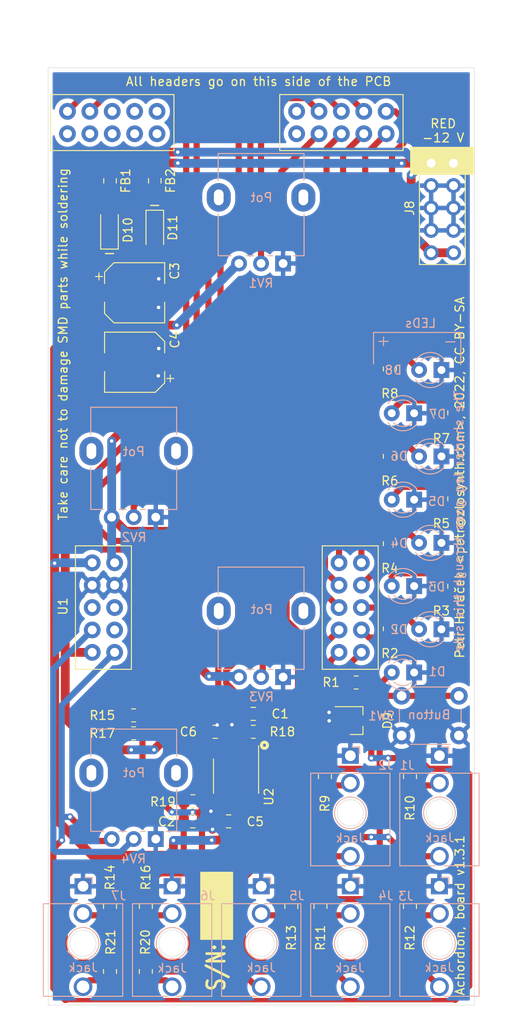
<source format=kicad_pcb>
(kicad_pcb (version 20211014) (generator pcbnew)
  (title_block (title "Achordion") (date "2022-02-27") (rev "v1.3.1") (company "Petr Horáček") (comment 1 "petr@zlosynth.com") (comment 2 "https://github.com/zlosynth/achordion") (comment 3 "cc-by-sa"))
  (layers (0 "F.Cu" signal) (31 "B.Cu" mixed) (34 "B.Paste" user) (35 "F.Paste" user) (36 "B.SilkS" user "B.Silkscreen") (37 "F.SilkS" user "F.Silkscreen") (38 "B.Mask" user) (39 "F.Mask" user) (44 "Edge.Cuts" user))
  (net 0 "")
  (net 1 "+3V3")
  (net 2 "VCC")
  (net 3 "VEE")
  (net 4 "Net-(D1-Pad2)")
  (net 5 "Net-(D3-Pad2)")
  (net 6 "Net-(D4-Pad2)")
  (net 7 "Net-(D5-Pad2)")
  (net 8 "Net-(D6-Pad2)")
  (net 9 "Net-(D7-Pad2)")
  (net 10 "Net-(D8-Pad2)")
  (net 11 "Net-(D10-Pad2)")
  (net 12 "CV1")
  (net 13 "CV2")
  (net 14 "CV3")
  (net 15 "CV4")
  (net 16 "CV5")
  (net 17 "DAC1")
  (net 18 "DAC2")
  (net 19 "Net-(FB1-Pad2)")
  (net 20 "Net-(FB2-Pad2)")
  (net 21 "PROBE")
  (net 22 "OUT1")
  (net 23 "OUT2")
  (net 24 "LED1")
  (net 25 "LED2")
  (net 26 "LED3")
  (net 27 "LED4")
  (net 28 "LED5")
  (net 29 "LED6")
  (net 30 "LED7")
  (net 31 "LED8")
  (net 32 "POT1")
  (net 33 "POT2")
  (net 34 "POT3")
  (net 35 "POT4")
  (net 36 "BUTTON")
  (net 37 "+5V")
  (net 38 "Net-(U1-PadA8)")
  (net 39 "Net-(U1-PadA3)")
  (net 40 "Net-(U1-PadA9)")
  (net 41 "Net-(U1-PadB10)")
  (net 42 "Net-(U1-PadB9)")
  (net 43 "Net-(U1-PadB8)")
  (net 44 "Net-(U1-PadB7)")
  (net 45 "Net-(U1-PadB5)")
  (net 46 "Net-(U1-PadB6)")
  (net 47 "Net-(U1-PadC1)")
  (net 48 "Net-(U1-PadC10)")
  (net 49 "GND")
  (net 50 "Net-(C1-Pad1)")
  (net 51 "Net-(C1-Pad2)")
  (net 52 "Net-(C2-Pad1)")
  (net 53 "Net-(C2-Pad2)")
  (net 54 "Net-(D2-Pad2)")
  (net 55 "Net-(D11-Pad1)")
  (net 56 "Net-(J1-PadTN)")
  (net 57 "Net-(J2-PadTN)")
  (net 58 "Net-(J3-PadTN)")
  (net 59 "Net-(J4-PadTN)")
  (net 60 "Net-(J5-PadTN)")
  (net 61 "Net-(J7-PadT)")
  (net 62 "Net-(U1-PadB3)")
  (net 63 "Net-(U1-PadB4)")
  (net 64 "Net-(J6-PadT)")
  (footprint "Resistor_SMD:R_0805_2012Metric_Pad1.20x1.40mm_HandSolder" (layer "F.Cu") (at 130.076 150.074 -90)
    (fp_text reference "R20")
    (fp_text value "1k")
  )
  (footprint "Resistor_SMD:R_0805_2012Metric_Pad1.20x1.40mm_HandSolder" (layer "F.Cu") (at 126.012 150.074 -90)
    (fp_text reference "R21")
    (fp_text value "1k")
  )
  (footprint "Resistor_SMD:R_0805_2012Metric_Pad1.20x1.40mm_HandSolder" (layer "F.Cu") (at 157.762 111.212 90)
    (fp_text reference "R2")
    (fp_text value "1k")
  )
  (footprint "Resistor_SMD:R_0805_2012Metric_Pad1.20x1.40mm_HandSolder" (layer "F.Cu") (at 163.604 106.386 90)
    (fp_text reference "R3")
    (fp_text value "1k")
  )
  (footprint "Resistor_SMD:R_0805_2012Metric_Pad1.20x1.40mm_HandSolder" (layer "F.Cu") (at 157.762 101.56 90)
    (fp_text reference "R4")
    (fp_text value "1k")
  )
  (footprint "Resistor_SMD:R_0805_2012Metric_Pad1.20x1.40mm_HandSolder" (layer "F.Cu") (at 163.604 96.48 90)
    (fp_text reference "R5")
    (fp_text value "1k")
  )
  (footprint "Resistor_SMD:R_0805_2012Metric_Pad1.20x1.40mm_HandSolder" (layer "F.Cu") (at 157.762 91.654 90)
    (fp_text reference "R6")
    (fp_text value "1k")
  )
  (footprint "Resistor_SMD:R_0805_2012Metric_Pad1.20x1.40mm_HandSolder" (layer "F.Cu") (at 163.604 86.7245 90)
    (fp_text reference "R7")
    (fp_text value "1k")
  )
  (footprint "Resistor_SMD:R_0805_2012Metric_Pad1.20x1.40mm_HandSolder" (layer "F.Cu") (at 157.762 81.748 90)
    (fp_text reference "R8")
    (fp_text value "1k")
  )
  (footprint "Resistor_SMD:R_0805_2012Metric_Pad1.20x1.40mm_HandSolder" (layer "F.Cu") (at 160.048 127.976 -90)
    (fp_text reference "R10")
    (fp_text value "10k")
  )
  (footprint "Resistor_SMD:R_0805_2012Metric_Pad1.20x1.40mm_HandSolder" (layer "F.Cu") (at 160.048 142.708 -90)
    (fp_text reference "R12")
    (fp_text value "10k")
  )
  (footprint "Resistor_SMD:R_0805_2012Metric_Pad1.20x1.40mm_HandSolder" (layer "F.Cu") (at 149.888 142.708 -90)
    (fp_text reference "R11")
    (fp_text value "10k")
  )
  (footprint "Resistor_SMD:R_0805_2012Metric_Pad1.20x1.40mm_HandSolder" (layer "F.Cu") (at 146.586 142.708 -90)
    (fp_text reference "R13")
    (fp_text value "10k")
  )
  (footprint "Resistor_SMD:R_0805_2012Metric_Pad1.20x1.40mm_HandSolder" (layer "F.Cu") (at 130.076 142.708 -90)
    (fp_text reference "R16")
    (fp_text value "47k")
  )
  (footprint "Capacitor_SMD:C_0805_2012Metric_Pad1.18x1.45mm_HandSolder" (layer "F.Cu") (at 135.41 133.056)
    (fp_text reference "C2")
    (fp_text value "18p")
  )
  (footprint "Capacitor_SMD:C_0805_2012Metric_Pad1.18x1.45mm_HandSolder" (layer "F.Cu") (at 139.474 133.056 180)
    (fp_text reference "C5")
    (fp_text value "100n")
  )
  (footprint "Resistor_SMD:R_0805_2012Metric_Pad1.20x1.40mm_HandSolder" (layer "F.Cu") (at 135.41 130.77 180)
    (fp_text reference "R19")
    (fp_text value "47k")
  )
  (footprint "Inductor_SMD:L_0805_2012Metric_Pad1.15x1.40mm_HandSolder" (layer "F.Cu") (at 126.012 60.412 90)
    (fp_text reference "FB1")
    (fp_text value "FB" hide)
  )
  (footprint "Resistor_SMD:R_0805_2012Metric_Pad1.20x1.40mm_HandSolder" (layer "F.Cu") (at 142.268 122.896)
    (fp_text reference "R18")
    (fp_text value "47k")
  )
  (footprint "Resistor_SMD:R_0805_2012Metric_Pad1.20x1.40mm_HandSolder" (layer "F.Cu") (at 128.696 121.036)
    (fp_text reference "R15")
    (fp_text value "47k")
  )
  (footprint "Diode_SMD:D_SOD-123" (layer "F.Cu") (at 131.092 66 -90)
    (fp_text reference "D11")
    (fp_text value "Schottky" hide)
  )
  (footprint "Inductor_SMD:L_0805_2012Metric_Pad1.15x1.40mm_HandSolder" (layer "F.Cu") (at 131.092 60.412 90)
    (fp_text reference "FB2")
    (fp_text value "FB" hide)
  )
  (footprint "Diode_SMD:D_SOD-123" (layer "F.Cu") (at 125.95 65.906 90)
    (fp_text reference "D10")
    (fp_text value "Schottky")
  )
  (footprint "Capacitor_SMD:C_0805_2012Metric_Pad1.18x1.45mm_HandSolder" (layer "F.Cu") (at 137.95 122.896 180)
    (fp_text reference "C6")
    (fp_text value "100n")
  )
  (footprint "Capacitor_SMD:CP_Elec_6.3x5.8" (layer "F.Cu") (at 128.806 80.986 180)
    (fp_text reference "C4")
    (fp_text value "10u")
  )
  (footprint "Capacitor_SMD:CP_Elec_6.3x5.8" (layer "F.Cu") (at 128.806 73.112)
    (fp_text reference "C3")
    (fp_text value "10u")
  )
  (footprint "Capacitor_SMD:C_0805_2012Metric_Pad1.18x1.45mm_HandSolder" (layer "F.Cu") (at 142.268 120.864 180)
    (fp_text reference "C1")
    (fp_text value "18p")
  )
  (footprint "Package_TO_SOT_SMD:SOT-23_Handsoldering" (layer "F.Cu") (at 153.952 121.626)
    (fp_text reference "D9")
    (fp_text value "BAT54S")
  )
  (footprint "Package_SO:SOIC-8_3.9x4.9mm_P1.27mm" (layer "F.Cu") (at 140.31 127.926 -90)
    (fp_text reference "U2")
    (fp_text value "TL072")
  )
  (footprint "Resistor_SMD:R_0805_2012Metric_Pad1.20x1.40mm_HandSolder" (layer "F.Cu") (at 128.696 123.068)
    (fp_text reference "R17")
    (fp_text value "47k")
  )
  (footprint "Resistor_SMD:R_0805_2012Metric_Pad1.20x1.40mm_HandSolder" (layer "F.Cu") (at 153.952 117.308)
    (fp_text reference "R1")
    (fp_text value "1k")
  )
  (footprint "Resistor_SMD:R_0805_2012Metric_Pad1.20x1.40mm_HandSolder" (layer "F.Cu") (at 150.396 127.976 -90)
    (fp_text reference "R9")
    (fp_text value "10k")
  )
  (footprint "Resistor_SMD:R_0805_2012Metric_Pad1.20x1.40mm_HandSolder" (layer "F.Cu") (at 126.012 142.708 -90)
    (fp_text reference "R14")
    (fp_text value "47k")
  )
  (footprint "Connector_PinHeader_2.54mm:PinHeader_2x05_P2.54mm_Vertical" (layer "F.Cu") (at 162.448 58.416)
    (fp_text reference "J8")
    (fp_text value "Power")
  )
  (footprint "Connector_Audio:Jack_3.5mm_QingPu_WQP-PJ398SM_Vertical_CircularHoles" (layer "B.Cu") (at 153.28 125.61 180)
    (fp_text reference "J2")
    (fp_text value "Jack")
  )
  (footprint "Connector_Audio:Jack_3.5mm_QingPu_WQP-PJ398SM_Vertical_CircularHoles" (layer "B.Cu") (at 143.17 140.41 180)
    (fp_text reference "J5")
    (fp_text value "Jack")
  )
  (footprint "Button_Switch_THT:SW_PUSH_6mm" (layer "B.Cu") (at 165.6 118.82 180)
    (fp_text reference "SW1")
    (fp_text value "Button")
  )
  (footprint "LED_THT:LED_D3.0mm" (layer "B.Cu") (at 160.52 116.17 180)
    (fp_text reference "D1")
    (fp_text value "LED" hide)
  )
  (footprint "LED_THT:LED_D3.0mm" (layer "B.Cu") (at 163.62 111.27 180)
    (fp_text reference "D2")
    (fp_text value "LED" hide)
  )
  (footprint "LED_THT:LED_D3.0mm" (layer "B.Cu") (at 160.52 106.37 180)
    (fp_text reference "D3")
    (fp_text value "LED" hide)
  )
  (footprint "LED_THT:LED_D3.0mm" (layer "B.Cu") (at 163.62 101.47 180)
    (fp_text reference "D4")
    (fp_text value "LED" hide)
  )
  (footprint "LED_THT:LED_D3.0mm" (layer "B.Cu") (at 160.52 96.57 180)
    (fp_text reference "D5")
    (fp_text value "LED" hide)
  )
  (footprint "LED_THT:LED_D3.0mm" (layer "B.Cu") (at 160.52 86.77 180)
    (fp_text reference "D7")
    (fp_text value "LED" hide)
  )
  (footprint "Connector_Audio:Jack_3.5mm_QingPu_WQP-PJ398SM_Vertical_CircularHoles" (layer "B.Cu") (at 122.95 140.41 180)
    (fp_text reference "J7")
    (fp_text value "Jack")
  )
  (footprint "Connector_Audio:Jack_3.5mm_QingPu_WQP-PJ398SM_Vertical_CircularHoles" (layer "B.Cu") (at 133.06 140.41 180)
    (fp_text reference "J6")
    (fp_text value "Jack")
  )
  (footprint "Connector_Audio:Jack_3.5mm_QingPu_WQP-PJ398SM_Vertical_CircularHoles" (layer "B.Cu") (at 153.28 140.41 180)
    (fp_text reference "J4")
    (fp_text value "Jack")
  )
  (footprint "Connector_Audio:Jack_3.5mm_QingPu_WQP-PJ398SM_Vertical_CircularHoles" (layer "B.Cu") (at 163.39 140.41 180)
    (fp_text reference "J3")
    (fp_text value "Jack")
  )
  (footprint "Connector_Audio:Jack_3.5mm_QingPu_WQP-PJ398SM_Vertical_CircularHoles" (layer "B.Cu") (at 163.39 125.61 180)
    (fp_text reference "J1")
    (fp_text value "Jack")
  )
  (footprint "Potentiometer_THT:Potentiometer_Alpha_RD901F-40-00D_Single_Vertical" (layer "B.Cu") (at 145.65 116.69 90)
    (fp_text reference "RV3")
    (fp_text value "B10k" hide)
  )
  (footprint "Potentiometer_THT:Potentiometer_Alpha_RD901F-40-00D_Single_Vertical" (layer "B.Cu") (at 131.2 98.56 90)
    (fp_text reference "RV2")
    (fp_text value "B10k" hide)
  )
  (footprint "Potentiometer_THT:Potentiometer_Alpha_RD901F-40-00D_Single_Vertical" (layer "B.Cu") (at 131.2 135.06 90)
    (fp_text reference "RV4")
    (fp_text value "B10k" hide)
  )
  (footprint "Potentiometer_THT:Potentiometer_Alpha_RD901F-40-00D_Single_Vertical" (layer "B.Cu") (at 145.65 69.79 90)
    (fp_text reference "RV1")
    (fp_text value "B10k" hide)
  )
  (footprint "LED_THT:LED_D3.0mm" (layer "B.Cu") (at 163.62 81.87 180)
    (fp_text reference "D8")
    (fp_text value "LED" hide)
  )
  (footprint "LED_THT:LED_D3.0mm" (layer "B.Cu") (at 163.62 91.67 180)
    (fp_text reference "D6")
    (fp_text value "LED" hide)
  )
  (footprint "Custom:Daisy_Patch_SM" (layer "B.Cu") (at 139.266 81.808 90)
    (fp_text reference "U1")
    (fp_text value "Daisy_Patch_SM")
  )
  (gr_line (start 164.1 78.68) (end 165.17 78.68) (layer "B.SilkS") (width 0.12))
  (gr_line (start 155.91 81.18) (end 155.91 77.61) (layer "B.SilkS") (width 0.12))
  (gr_line (start 155.91 77.61) (end 165.81 77.61) (layer "B.SilkS") (width 0.12))
  (gr_line (start 156.51 78.62) (end 157.58 78.62) (layer "B.SilkS") (width 0.12))
  (gr_line (start 157.05 78.13) (end 157.05 79.12) (layer "B.SilkS") (width 0.12))
  (gr_line (start 165.81 77.61) (end 165.81 81.24) (layer "B.SilkS") (width 0.12))
  (gr_line (start 126.41 68.666) (end 125.5 68.666) (layer "F.SilkS") (width 0.15))
  (gr_line (start 130.62 63.206) (end 131.53 63.206) (layer "F.SilkS") (width 0.15))
  (gr_poly (pts (xy 139.93 138.82) (xy 139.93 146.44) (xy 136.3 146.44) (xy 136.3 138.82)) (layer "F.SilkS") (width 0.1) (fill solid))
  (gr_circle (center 143.538 124.42) (end 143.708 124.42) (layer "F.SilkS") (width 0.35) (fill none))
  (gr_poly (pts (xy 167.33 59.69) (xy 160.12 59.69) (xy 160.12 56.61) (xy 167.33 56.61)) (layer "F.SilkS") (width 0.1) (fill solid))
  (gr_line (start 167.345 47.6) (end 118.990001 47.6) (layer "Edge.Cuts") (width 0.05))
  (gr_line (start 167.35 153.88) (end 167.345 47.6) (layer "Edge.Cuts") (width 0.05))
  (gr_circle (center 153.28 146.87) (end 152.15 147.86) (layer "Edge.Cuts") (width 0.05) (fill none))
  (gr_circle (center 143.16 146.88) (end 142.07 147.88) (layer "Edge.Cuts") (width 0.05) (fill none))
  (gr_circle (center 133.06 146.87) (end 131.95 147.89) (layer "Edge.Cuts") (width 0.05) (fill none))
  (gr_line (start 119.01 153.88) (end 118.990001 47.6) (layer "Edge.Cuts") (width 0.05))
  (gr_circle (center 163.39 132.07) (end 162.24 133) (layer "Edge.Cuts") (width 0.05) (fill none))
  (gr_circle (center 122.94 146.88) (end 121.88 147.92) (layer "Edge.Cuts") (width 0.05) (fill none))
  (gr_circle (center 153.28 132.09) (end 152.08 132.97) (layer "Edge.Cuts") (width 0.05) (fill none))
  (gr_line (start 119.01 153.88) (end 167.35 153.88) (layer "Edge.Cuts") (width 0.05))
  (gr_circle (center 163.39 146.89) (end 162.16 147.73) (layer "Edge.Cuts") (width 0.05) (fill none))
  (gr_text "Pot" (at 128.75 127.54) (layer "B.SilkS") (effects (font (size 1 1)) (justify mirror)))
  (gr_text "The shorter leg goes through this side" (at 165.59 99.01 90) (layer "B.SilkS") (effects (font (size 1 1)) (justify mirror)))
  (gr_text "LEDs" (at 161.24 76.56) (layer "B.SilkS") (effects (font (size 1 1)) (justify mirror)))
  (gr_text "Pot" (at 143.2 62.31) (layer "B.SilkS") (effects (font (size 1 1)) (justify mirror)))
  (gr_text "Pot" (at 128.72 91.12) (layer "B.SilkS") (effects (font (size 1 1)) (justify mirror)))
  (gr_text "Pot" (at 143.24 109.02) (layer "B.SilkS") (effects (font (size 1 1)) (justify mirror)))
  (gr_text "Take care not to damage SMD parts while soldering" (at 120.678 78.954 90) (layer "F.SilkS") (effects (font (size 1 1))))
  (gr_text "Petr Horáček <petr@zlosynth.com>, 2022, CC BY-SA" (at 165.7 94.06 90) (layer "F.SilkS") (effects (font (size 1 1))))
  (gr_text "board v1.3.1" (at 165.71 144.31 90) (layer "F.SilkS") (effects (font (size 1 1)) (justify left)))
  (gr_text "Achordion," (at 165.72 152.88 90) (layer "F.SilkS") (effects (font (size 1 1)) (justify left)))
  (gr_text "S/N:" (at 138.07 149.62 90) (layer "F.SilkS") (effects (font (size 2 1.5) (thickness 0.3))))
  (gr_text "RED\n-12 V" (at 163.82 54.74) (layer "F.SilkS") (effects (font (size 1 1))))
  (gr_text "All headers go on this side of the PCB" (at 142.87 49.15) (layer "F.SilkS") (effects (font (size 1 1))))
  (segment (start 125.98 135.28) (end 126.2 135.06) (width 0.7) (layer "F.Cu") (net 1))
  (segment (start 121.47 132.53) (end 124.22 135.28) (width 0.7) (layer "F.Cu") (net 1))
  (segment (start 124.22 135.28) (end 125.98 135.28) (width 0.7) (layer "F.Cu") (net 1))
  (segment (start 119.584549 151.974549) (end 119.584549 136.136951) (width 0.7) (layer "F.Cu") (net 1))
  (segment (start 166.135099 127.095099) (end 162.165099 127.095099) (width 0.7) (layer "F.Cu") (net 1))
  (segment (start 154.102 122.576) (end 155.661001 124.135001) (width 0.7) (layer "F.Cu") (net 1))
  (segment (start 158.887764 125.82609) (end 158.833854 125.88) (width 0.7) (layer "F.Cu") (net 1))
  (segment (start 121.024901 153.30509) (end 120.91509 153.30509) (width 0.7) (layer "F.Cu") (net 1))
  (segment (start 120.91509 153.30509) (end 119.584549 151.974549) (width 0.7) (layer "F.Cu") (net 1))
  (segment (start 165.17491 153.30509) (end 165.155099 153.324901) (width 0.5) (layer "F.Cu") (net 1))
  (segment (start 166.773861 151.706139) (end 165.17491 153.30509) (width 0.7) (layer "F.Cu") (net 1))
  (segment (start 155.661001 124.135001) (end 155.661001 125.88) (width 0.7) (layer "F.Cu") (net 1))
  (segment (start 166.773861 151.706139) (end 166.773861 127.733861) (width 0.7) (layer "F.Cu") (net 1))
  (segment (start 158.833854 125.88) (end 157.560801 125.88) (width 0.7) (layer "F.Cu") (net 1))
  (segment (start 121.554901 153.324901) (end 121.024901 153.324901) (width 0.5) (layer "F.Cu") (net 1))
  (segment (start 166.773861 127.733861) (end 166.135099 127.095099) (width 0.7) (layer "F.Cu") (net 1))
  (segment (start 119.584549 136.136951) (end 120.5315 135.19) (width 0.7) (layer "F.Cu") (net 1))
  (segment (start 152.452 122.576) (end 154.102 122.576) (width 0.7) (layer "F.Cu") (net 1))
  (segment (start 160.89609 125.82609) (end 158.887764 125.82609) (width 0.7) (layer "F.Cu") (net 1))
  (segment (start 162.165099 127.095099) (end 160.89609 125.82609) (width 0.7) (layer "F.Cu") (net 1))
  (segment (start 165.155099 153.324901) (end 121.554901 153.324901) (width 0.5) (layer "F.Cu") (net 1))
  (via (at 121.47 132.53) (size 0.8) (drill 0.4) (layers "F.Cu" "B.Cu") (net 1))
  (via (at 157.560801 125.88) (size 0.8) (drill 0.4) (layers "F.Cu" "B.Cu") (net 1))
  (via (at 155.661001 125.88) (size 0.8) (drill 0.4) (layers "F.Cu" "B.Cu") (net 1))
  (via (at 120.5315 135.19) (size 0.8) (drill 0.4) (layers "F.Cu" "B.Cu") (net 1))
  (segment (start 155.661001 125.88) (end 157.560801 125.88) (width 0.7) (layer "B.Cu") (net 1))
  (segment (start 120.5315 135.19) (end 120.5315 132.5485) (width 0.7) (layer "B.Cu") (net 1))
  (segment (start 120.5315 132.5485) (end 120.5315 119.8925) (width 0.7) (layer "B.Cu") (net 1))
  (segment (start 120.5315 132.5485) (end 121.4515 132.5485) (width 0.7) (layer "B.Cu") (net 1))
  (segment (start 121.4515 132.5485) (end 121.47 132.53) (width 0.7) (layer "B.Cu") (net 1))
  (segment (start 120.5315 119.8925) (end 126.536 113.888) (width 0.7) (layer "B.Cu") (net 1))
  (segment (start 119.729768 126.56292) (end 119.728648 120.609939) (width 1) (layer "F.Cu") (net 2))
  (segment (start 142.015 131.5525) (end 142.015 130.401) (width 1) (layer "F.Cu") (net 2))
  (segment (start 119.728648 79.489352) (end 126.106 73.112) (width 1) (layer "F.Cu") (net 2))
  (segment (start 138.468378 135.18) (end 140.5115 133.136878) (width 1) (layer "F.Cu") (net 2))
  (segment (start 125.95 67.556) (end 125.95 72.956) (width 1) (layer "F.Cu") (net 2))
  (segment (start 125.95 72.956) (end 126.106 73.112) (width 1) (layer "F.Cu") (net 2))
  (segment (start 119.728648 103.779352) (end 119.728648 79.489352) (width 1) (layer "F.Cu") (net 2))
  (segment (start 137.55 135.18) (end 138.468378 135.18) (width 1) (layer "F.Cu") (net 2))
  (segment (start 133.21 136.29) (end 133.21 135.21) (width 1) (layer "F.Cu") (net 2))
  (segment (start 123.98 136.9) (end 132.6 136.9) (width 1) (layer "F.Cu") (net 2))
  (segment (start 132.6 136.9) (end 133.21 136.29) (width 1) (layer "F.Cu") (net 2))
  (segment (start 119.728648 120.609939) (end 119.728648 103.779352) (width 1) (layer "F.Cu") (net 2))
  (segment (start 119.730913 132.650913) (end 123.98 136.9) (width 1) (layer "F.Cu") (net 2))
  (segment (start 119.729768 126.56292) (end 119.730913 132.650913) (width 1) (layer "F.Cu") (net 2))
  (segment (start 140.5115 133.056) (end 142.015 131.5525) (width 1) (layer "F.Cu") (net 2))
  (segment (start 140.5115 133.136878) (end 140.5115 133.056) (width 1) (layer "F.Cu") (net 2))
  (via (at 137.55 135.18) (size 0.8) (drill 0.4) (layers "F.Cu" "B.Cu") (net 2))
  (via (at 133.21 135.21) (size 0.8) (drill 0.4) (layers "F.Cu" "B.Cu") (net 2))
  (via (at 119.728648 103.779352) (size 0.8) (drill 0.4) (layers "F.Cu" "B.Cu") (net 2))
  (segment (start 137.52 135.21) (end 137.55 135.18) (width 1) (layer "B.Cu") (net 2))
  (segment (start 119.78 103.728) (end 119.728648 103.779352) (width 1) (layer "B.Cu") (net 2))
  (segment (start 123.996 103.728) (end 119.78 103.728) (width 1) (layer "B.Cu") (net 2))
  (segment (start 133.21 135.21) (end 137.52 135.21) (width 1) (layer "B.Cu") (net 2))
  (segment (start 136.9125 122.896) (end 136.9125 123.9585) (width 1) (layer "F.Cu") (net 3))
  (segment (start 131.092 67.65) (end 128.806 69.936) (width 1) (layer "F.Cu") (net 3))
  (segment (start 128.806 78.286) (end 126.106 80.986) (width 1) (layer "F.Cu") (net 3))
  (segment (start 124.5 124.94) (end 128.42 124.94) (width 1) (layer "F.Cu") (net 3))
  (segment (start 120.932 113.752) (end 120.932 86.16) (width 1) (layer "F.Cu") (net 3))
  (segment (start 136.9125 122.896) (end 133.054 122.896) (width 1) (layer "F.Cu") (net 3))
  (segment (start 120.932 86.16) (end 126.106 80.986) (width 1) (layer "F.Cu") (net 3))
  (segment (start 133.054 122.896) (end 131.01 124.94) (width 1) (layer "F.Cu") (net 3))
  (segment (start 120.932 121.372) (end 120.932 113.752) (width 1) (layer "F.Cu") (net 3))
  (segment (start 136.9125 123.9585) (end 138.405 125.451) (width 1) (layer "F.Cu") (net 3))
  (segment (start 120.932 121.372) (end 124.5 124.94) (width 1) (layer "F.Cu") (net 3))
  (segment (start 121.068 113.888) (end 120.932 113.752) (width 1) (layer "F.Cu") (net 3))
  (segment (start 128.806 69.936) (end 128.806 78.286) (width 1) (layer "F.Cu") (net 3))
  (segment (start 123.996 113.888) (end 121.068 113.888) (width 1) (layer "F.Cu") (net 3))
  (via (at 131.01 124.94) (size 0.8) (drill 0.4) (layers "F.Cu" "B.Cu") (net 3))
  (via (at 128.42 124.94) (size 0.8) (drill 0.4) (layers "F.Cu" "B.Cu") (net 3))
  (segment (start 128.42 124.94) (end 131.01 124.94) (width 1) (layer "B.Cu") (net 3))
  (segment (start 154.952 117.308) (end 156.842 117.308) (width 0.7) (layer "F.Cu") (net 4))
  (segment (start 156.842 117.308) (end 157.98 116.17) (width 0.7) (layer "F.Cu") (net 4))
  (segment (start 158.157109 104.920099) (end 157.98 105.097208) (width 0.7) (layer "F.Cu") (net 5))
  (segment (start 163.138099 104.920099) (end 158.157109 104.920099) (width 0.7) (layer "F.Cu") (net 5))
  (segment (start 163.604 105.386) (end 163.138099 104.920099) (width 0.7) (layer "F.Cu") (net 5))
  (segment (start 157.98 105.097208) (end 157.98 106.37) (width 0.7) (layer "F.Cu") (net 5))
  (segment (start 160.17 100.56) (end 161.08 101.47) (width 0.7) (layer "F.Cu") (net 6))
  (segment (start 157.762 100.56) (end 160.17 100.56) (width 0.7) (layer "F.Cu") (net 6))
  (segment (start 163.604 95.48) (end 163.244099 95.120099) (width 0.7) (layer "F.Cu") (net 7))
  (segment (start 163.244099 95.120099) (end 159.180079 95.120099) (width 0.7) (layer "F.Cu") (net 7))
  (segment (start 157.98 96.320178) (end 157.98 96.57) (width 0.7) (layer "F.Cu") (net 7))
  (segment (start 159.180079 95.120099) (end 157.98 96.320178) (width 0.7) (layer "F.Cu") (net 7))
  (segment (start 157.762 90.654) (end 160.064 90.654) (width 0.7) (layer "F.Cu") (net 8))
  (segment (start 160.064 90.654) (end 161.08 91.67) (width 0.7) (layer "F.Cu") (net 8))
  (segment (start 163.604 85.7245) (end 163.199599 85.320099) (width 0.7) (layer "F.Cu") (net 9))
  (segment (start 157.98 86.520178) (end 157.98 86.77) (width 0.7) (layer "F.Cu") (net 9))
  (segment (start 163.199599 85.320099) (end 159.180079 85.320099) (width 0.7) (layer "F.Cu") (net 9))
  (segment (start 159.180079 85.320099) (end 157.98 86.520178) (width 0.7) (layer "F.Cu") (net 9))
  (segment (start 159.958 80.748) (end 161.08 81.87) (width 0.7) (layer "F.Cu") (net 10))
  (segment (start 157.762 80.748) (end 159.958 80.748) (width 0.7) (layer "F.Cu") (net 10))
  (segment (start 126.012 61.437) (end 126.012 64.194) (width 1) (layer "F.Cu") (net 11))
  (segment (start 126.012 64.194) (end 125.95 64.256) (width 1) (layer "F.Cu") (net 11))
  (segment (start 147.31 106.53018) (end 147.31 85.52) (width 0.7) (layer "F.Cu") (net 12))
  (segment (start 158.01 57.43) (end 159.32 56.12) (width 0.7) (layer "F.Cu") (net 12))
  (segment (start 149.14609 113.34711) (end 146.04009 110.24111) (width 0.7) (layer "F.Cu") (net 12))
  (segment (start 149.14609 133.830098) (end 149.14609 113.34711) (width 0.7) (layer "F.Cu") (net 12))
  (segment (start 146.04009 107.80009) (end 147.31 106.53018) (width 0.7) (layer "F.Cu") (net 12))
  (segment (start 159.736801 137.01) (end 157.560801 134.834) (width 0.7) (layer "F.Cu") (net 12))
  (segment (start 158.378 52.538) (end 157.346 52.538) (width 0.7) (layer "F.Cu") (net 12))
  (segment (start 155.661001 134.834) (end 150.149992 134.834) (width 0.7) (layer "F.Cu") (net 12))
  (segment (start 146.04009 110.24111) (end 146.04009 107.80009) (width 0.7) (layer "F.Cu") (net 12))
  (segment (start 163.39 137.01) (end 159.736801 137.01) (width 0.7) (layer "F.Cu") (net 12))
  (segment (start 158.01 74.82) (end 158.01 57.43) (width 0.7) (layer "F.Cu") (net 12))
  (segment (start 150.149992 134.834) (end 149.14609 133.830098) (width 0.7) (layer "F.Cu") (net 12))
  (segment (start 147.31 85.52) (end 158.01 74.82) (width 0.7) (layer "F.Cu") (net 12))
  (segment (start 159.32 56.12) (end 159.32 53.48) (width 0.7) (layer "F.Cu") (net 12))
  (segment (start 159.32 53.48) (end 158.378 52.538) (width 0.7) (layer "F.Cu") (net 12))
  (via (at 157.560801 134.834) (size 0.8) (drill 0.4) (layers "F.Cu" "B.Cu") (net 12))
  (via (at 155.661001 134.834) (size 0.8) (drill 0.4) (layers "F.Cu" "B.Cu") (net 12))
  (segment (start 157.560801 134.834) (end 155.661001 134.834) (width 0.7) (layer "B.Cu") (net 12))
  (segment (start 148.24618 134.202852) (end 148.24618 114.31618) (width 0.7) (layer "F.Cu") (net 13))
  (segment (start 148.24618 114.31618) (end 145.14018 111.21018) (width 0.7) (layer "F.Cu") (net 13))
  (segment (start 145.88 83.01) (end 145.59018 83.29982) (width 0.7) (layer "F.Cu") (net 13))
  (segment (start 154.97 73.93) (end 154.97 57.454) (width 0.7) (layer "F.Cu") (net 13))
  (segment (start 145.89 83.01) (end 154.97 73.93) (width 0.7) (layer "F.Cu") (net 13))
  (segment (start 151.053328 137.01) (end 148.24618 134.202852) (width 0.7) (layer "F.Cu") (net 13))
  (segment (start 145.89 83.01) (end 145.88 83.01) (width 0.7) (layer "F.Cu") (net 13))
  (segment (start 145.14018 106.65018) (end 145.59018 106.20018) (width 0.7) (layer "F.Cu") (net 13))
  (segment (start 154.97 57.454) (end 157.346 55.078) (width 0.7) (layer "F.Cu") (net 13))
  (segment (start 145.59018 83.29982) (end 145.59018 106.20018) (width 0.7) (layer "F.Cu") (net 13))
  (segment (start 153.28 137.01) (end 151.053328 137.01) (width 0.7) (layer "F.Cu") (net 13))
  (segment (start 145.14018 111.21018) (end 145.14018 106.65018) (width 0.7) (layer "F.Cu") (net 13))
  (segment (start 152.46 57.424) (end 154.806 55.078) (width 0.7) (layer "F.Cu") (net 14))
  (segment (start 147.34627 115.28373) (end 147.34627 133.363908) (width 0.7) (layer "F.Cu") (net 14))
  (segment (start 154.97 55.242) (end 154.806 55.078) (width 0.7) (layer "F.Cu") (net 14))
  (segment (start 141.095214 147.733597) (end 142.419617 149.058) (width 0.7) (layer "F.Cu") (net 14))
  (segment (start 143.63 102.92) (end 144.24027 103.53027) (width 0.7) (layer "F.Cu") (net 14))
  (segment (start 160.638 149.058) (end 163.39 151.81) (width 0.7) (layer "F.Cu") (net 14))
  (segment (start 152.46 73.44) (end 152.46 57.424) (width 0.7) (layer "F.Cu") (net 14))
  (segment (start 143.63 82.27) (end 143.63 102.92) (width 0.7) (layer "F.Cu") (net 14))
  (segment (start 152.46 73.44) (end 143.63 82.27) (width 0.7) (layer "F.Cu") (net 14))
  (segment (start 141.095214 139.614964) (end 141.095214 147.733597) (width 0.7) (layer "F.Cu") (net 14))
  (segment (start 144.24027 112.17773) (end 147.34627 115.28373) (width 0.7) (layer "F.Cu") (net 14))
  (segment (start 144.24027 103.53027) (end 144.24027 112.17773) (width 0.7) (layer "F.Cu") (net 14))
  (segment (start 142.419617 149.058) (end 160.638 149.058) (width 0.7) (layer "F.Cu") (net 14))
  (segment (start 147.34627 133.363908) (end 141.095214 139.614964) (width 0.7) (layer "F.Cu") (net 14))
  (segment (start 151.544 150.074) (end 153.28 151.81) (width 0.7) (layer "F.Cu") (net 15))
  (segment (start 142.162953 150.074) (end 151.544 150.074) (width 0.7) (layer "F.Cu") (net 15))
  (segment (start 146.44636 118.43836) (end 146.44636 132.94164) (width 0.7) (layer "F.Cu") (net 15))
  (segment (start 140.33 104.79) (end 141.9 106.36) (width 0.7) (layer "F.Cu") (net 15))
  (segment (start 141.9 113.24) (end 139.200099 115.939901) (width 0.7) (layer "F.Cu") (net 15))
  (segment (start 145.45 59.354) (end 145.45 64.7) (width 0.7) (layer "F.Cu") (net 15))
  (segment (start 141.06 79.87) (end 141.06 79.9) (width 0.7) (layer "F.Cu") (net 15))
  (segment (start 140.33 80.63) (end 140.33 104.79) (width 0.7) (layer "F.Cu") (net 15))
  (segment (start 141.06 79.9) (end 140.33 80.63) (width 0.7) (layer "F.Cu") (net 15))
  (segment (start 146.44636 132.94164) (end 140.195304 139.192696) (width 0.7) (layer "F.Cu") (net 15))
  (segment (start 148.86 72.07) (end 141.06 79.87) (width 0.7) (layer "F.Cu") (net 15))
  (segment (start 139.200099 115.939901) (end 139.200099 117.385953) (width 0.7) (layer "F.Cu") (net 15))
  (segment (start 140.195304 148.106351) (end 142.162953 150.074) (width 0.7) (layer "F.Cu") (net 15))
  (segment (start 140.195304 139.192696) (end 140.195304 148.106351) (width 0.7) (layer "F.Cu") (net 15))
  (segment (start 149.726 55.078) (end 145.45 59.354) (width 0.7) (layer "F.Cu") (net 15))
  (segment (start 141.9 106.36) (end 141.9 113.24) (width 0.7) (layer "F.Cu") (net 15))
  (segment (start 145.45 64.7) (end 148.86 68.11) (width 0.7) (layer "F.Cu") (net 15))
  (segment (start 148.86 68.11) (end 148.86 72.07) (width 0.7) (layer "F.Cu") (net 15))
  (segment (start 140.252506 118.43836) (end 146.44636 118.43836) (width 0.7) (layer "F.Cu") (net 15))
  (segment (start 139.200099 117.385953) (end 140.252506 118.43836) (width 0.7) (layer "F.Cu") (net 15))
  (segment (start 138.300189 114.847147) (end 138.300189 113.159811) (width 0.7) (layer "F.Cu") (net 16))
  (segment (start 139.295396 138.81994) (end 139.295396 148.479107) (width 0.7) (layer "F.Cu") (net 16))
  (segment (start 138.300189 117.758707) (end 139.879752 119.33827) (width 0.7) (layer "F.Cu") (net 16))
  (segment (start 149.863689 50.135689) (end 152.266 52.538) (width 0.7) (layer "F.Cu") (net 16))
  (segment (start 140.55 110.91) (end 140.55 107.52) (width 0.7) (layer "F.Cu") (net 16))
  (segment (start 138.300189 114.847147) (end 138.300191 114.847145) (width 0.7) (layer "F.Cu") (net 16))
  (segment (start 138.300189 114.847147) (end 138.300189 117.758707) (width 0.7) (layer "F.Cu") (net 16))
  (segment (start 141.94 53.027336) (end 144.831647 50.135689) (width 0.7) (layer "F.Cu") (net 16))
  (segment (start 139.295396 148.479107) (end 142.626289 151.81) (width 0.7) (layer "F.Cu") (net 16))
  (segment (start 145.54645 119.33827) (end 145.54645 132.568886) (width 0.7) (layer "F.Cu") (net 16))
  (segment (start 142.626289 151.81) (end 143.17 151.81) (width 0.7) (layer "F.Cu") (net 16))
  (segment (start 138.55 68.29) (end 141.94 64.9) (width 0.7) (layer "F.Cu") (net 16))
  (segment (start 139.879752 119.33827) (end 145.54645 119.33827) (width 0.7) (layer "F.Cu") (net 16))
  (segment (start 138.300189 113.159811) (end 140.55 110.91) (width 0.7) (layer "F.Cu") (net 16))
  (segment (start 144.831647 50.135689) (end 149.863689 50.135689) (width 0.7) (layer "F.Cu") (net 16))
  (segment (start 141.94 64.9) (end 141.94 53.027336) (width 0.7) (layer "F.Cu") (net 16))
  (segment (start 145.54645 132.568886) (end 139.295396 138.81994) (width 0.7) (layer "F.Cu") (net 16))
  (segment (start 140.55 107.52) (end 138.55 105.52) (width 0.7) (layer "F.Cu") (net 16))
  (segment (start 138.55 105.52) (end 138.55 68.29) (width 0.7) (layer "F.Cu") (net 16))
  (segment (start 124.734 48.99) (end 121.186 52.538) (width 0.7) (layer "F.Cu") (net 17))
  (segment (start 128.53 101.25) (end 130.02 102.74) (width 0.7) (layer "F.Cu") (net 17))
  (segment (start 125.32 100.47) (end 125.32 100.48) (width 0.7) (layer "F.Cu") (net 17))
  (segment (start 124.38 99.53) (end 124.38 95.58) (width 0.7) (layer "F.Cu") (net 17))
  (segment (start 135.84 84.12) (end 135.84 50.2) (width 0.7) (layer "F.Cu") (net 17))
  (segment (start 126.09 101.25) (end 128.53 101.25) (width 0.7) (layer "F.Cu") (net 17))
  (segment (start 134.63 48.99) (end 124.734 48.99) (width 0.7) (layer "F.Cu") (net 17))
  (segment (start 125.32 100.48) (end 126.09 101.25) (width 0.7) (layer "F.Cu") (net 17))
  (segment (start 125.32 100.47) (end 124.38 99.53) (width 0.7) (layer "F.Cu") (net 17))
  (segment (start 127.590092 120.930092) (end 127.696 121.036) (width 0.7) (layer "F.Cu") (net 17))
  (segment (start 124.38 95.58) (end 135.84 84.12) (width 0.7) (layer "F.Cu") (net 17))
  (segment (start 135.84 50.2) (end 134.63 48.99) (width 0.7) (layer "F.Cu") (net 17))
  (segment (start 130.02 115.19) (end 127.590092 117.619908) (width 0.7) (layer "F.Cu") (net 17))
  (segment (start 127.590092 117.619908) (end 127.590092 120.930092) (width 0.7) (layer "F.Cu") (net 17))
  (segment (start 130.02 102.74) (end 130.02 115.19) (width 0.7) (layer "F.Cu") (net 17))
  (segment (start 123.08 94.84102) (end 123.08 100.02) (width 0.7) (layer "F.Cu") (net 18))
  (segment (start 133.64 50.29) (end 125.974 50.29) (width 0.7) (layer "F.Cu") (net 18))
  (segment (start 134.66 51.31) (end 133.64 50.29) (width 0.7) (layer "F.Cu") (net 18))
  (segment (start 128.085599 102.225599) (end 128.58 102.72) (width 0.7) (layer "F.Cu") (net 18))
  (segment (start 125.974 50.29) (end 123.726 52.538) (width 0.7) (layer "F.Cu") (net 18))
  (segment (start 128.58 102.72) (end 128.58 114.9) (width 0.7) (layer "F.Cu") (net 18))
  (segment (start 126.54609 121.91809) (end 127.696 123.068) (width 0.7) (layer "F.Cu") (net 18))
  (segment (start 125.195599 102.135599) (end 123.08 100.02) (width 0.7) (layer "F.Cu") (net 18))
  (segment (start 127.06 90.86102) (end 123.08 94.84102) (width 0.7) (layer "F.Cu") (net 18))
  (segment (start 126.54609 116.93391) (end 126.54609 121.91809) (width 0.7) (layer "F.Cu") (net 18))
  (segment (start 125.195599 102.225599) (end 128.085599 102.225599) (width 0.7) (layer "F.Cu") (net 18))
  (segment (start 134.66 83.25) (end 134.66 51.31) (width 0.7) (layer "F.Cu") (net 18))
  (segment (start 128.58 114.9) (end 126.54609 116.93391) (width 0.7) (layer "F.Cu") (net 18))
  (segment (start 127.06 90.85) (end 134.66 83.25) (width 0.7) (layer "F.Cu") (net 18))
  (segment (start 128.239 57.16) (end 133.61009 57.16) (width 1) (layer "F.Cu") (net 19))
  (segment (start 126.012 59.387) (end 128.239 57.16) (width 1) (layer "F.Cu") (net 19))
  (segment (start 160.18 66.3601) (end 160.18 59.75) (width 1) (layer "F.Cu") (net 19))
  (segment (start 160.7979 66.978) (end 160.18 66.3601) (width 1) (layer "F.Cu") (net 19))
  (segment (start 162.448 68.576) (end 160.85 66.978) (width 1) (layer "F.Cu") (net 19))
  (segment (start 164.988 68.576) (end 162.448 68.576) (width 1) (layer "F.Cu") (net 19))
  (segment (start 160.85 66.978) (end 160.7979 66.978) (width 1) (layer "F.Cu") (net 19))
  (via (at 160.18 59.75) (size 0.8) (drill 0.4) (layers "F.Cu" "B.Cu") (net 19))
  (via (at 133.7 57.16) (size 0.8) (drill 0.4) (layers "F.Cu" "B.Cu") (net 19))
  (segment (start 160.18 59.75) (end 160.579999 59.350001) (width 1) (layer "B.Cu") (net 19))
  (segment (start 159.526928 57.16) (end 133.7 57.16) (width 1) (layer "B.Cu") (net 19))
  (segment (start 160.579999 58.213071) (end 159.526928 57.16) (width 1) (layer "B.Cu") (net 19))
  (segment (start 160.579999 59.350001) (end 160.579999 58.213071) (width 1) (layer "B.Cu") (net 19))
  (segment (start 131.092 58.812) (end 131.504 58.4) (width 1) (layer "F.Cu") (net 20))
  (segment (start 164.988 58.416) (end 162.448 58.416) (width 1) (layer "F.Cu") (net 20))
  (segment (start 131.504 58.4) (end 133.61009 58.4) (width 1) (layer "F.Cu") (net 20))
  (segment (start 131.092 59.387) (end 131.092 58.812) (width 1) (layer "F.Cu") (net 20))
  (segment (start 159.114 58.416) (end 159.1 58.43) (width 1) (layer "F.Cu") (net 20))
  (segment (start 162.448 58.416) (end 159.114 58.416) (width 1) (layer "F.Cu") (net 20))
  (via (at 159.1 58.43) (size 0.8) (drill 0.4) (layers "F.Cu" "B.Cu") (net 20))
  (via (at 133.7101 58.4) (size 0.8) (drill 0.4) (layers "F.Cu" "B.Cu") (net 20))
  (segment (start 162.448 58.416) (end 162.288 58.416) (width 1) (layer "B.Cu") (net 20))
  (segment (start 159.1 58.43) (end 133.7401 58.43) (width 1) (layer "B.Cu") (net 20))
  (segment (start 133.7401 58.43) (end 133.7101 58.4) (width 1) (layer "B.Cu") (net 20))
  (segment (start 150.143591 113.200409) (end 151.996 111.348) (width 0.7) (layer "F.Cu") (net 21))
  (segment (start 146.586 141.708) (end 149.888 141.708) (width 0.7) (layer "F.Cu") (net 21))
  (segment (start 156.610901 122.784901) (end 155.452 121.626) (width 0.7) (layer "F.Cu") (net 21))
  (segment (start 154.64591 119.71991) (end 152.16 119.71991) (width 0.7) (layer "F.Cu") (net 21))
  (segment (start 150.396 126.976) (end 150.515099 127.095099) (width 0.7) (layer "F.Cu") (net 21))
  (segment (start 156.610901 127.095099) (end 156.610901 122.784901) (width 0.7) (layer "F.Cu") (net 21))
  (segment (start 156.610901 141.668703) (end 156.817099 141.874901) (width 0.7) (layer "F.Cu") (net 21))
  (segment (start 159.881099 141.874901) (end 156.817099 141.874901) (width 0.7) (layer "F.Cu") (net 21))
  (segment (start 159.928901 127.095099) (end 160.048 126.976) (width 0.7) (layer "F.Cu") (net 21))
  (segment (start 152.16 119.71991) (end 150.143591 117.703501) (width 0.7) (layer "F.Cu") (net 21))
  (segment (start 160.048 141.708) (end 159.881099 141.874901) (width 0.7) (layer "F.Cu") (net 21))
  (segment (start 150.515099 127.095099) (end 156.610901 127.095099) (width 0.7) (layer "F.Cu") (net 21))
  (segment (start 155.452 120.526) (end 154.64591 119.71991) (width 0.7) (layer "F.Cu") (net 21))
  (segment (start 156.610901 127.095099) (end 159.928901 127.095099) (width 0.7) (layer "F.Cu") (net 21))
  (segment (start 155.452 121.626) (end 155.452 120.526) (width 0.7) (layer "F.Cu") (net 21))
  (segment (start 156.817099 141.874901) (end 150.054901 141.874901) (width 0.7) (layer "F.Cu") (net 21))
  (segment (start 156.610901 127.095099) (end 156.610901 141.668703) (width 0.7) (layer "F.Cu") (net 21))
  (segment (start 150.143591 117.703501) (end 150.143591 113.200409) (width 0.7) (layer "F.Cu") (net 21))
  (segment (start 150.054901 141.874901) (end 149.888 141.708) (width 0.7) (layer "F.Cu") (net 21))
  (segment (start 132.862 143.708) (end 133.06 143.51) (width 0.7) (layer "F.Cu") (net 22))
  (segment (start 130.076 143.708) (end 132.862 143.708) (width 0.7) (layer "F.Cu") (net 22))
  (segment (start 133.258 143.708) (end 133.06 143.51) (width 0.8) (layer "F.Cu") (net 22))
  (segment (start 123.148 143.708) (end 122.95 143.51) (width 0.7) (layer "F.Cu") (net 23))
  (segment (start 126.012 143.708) (end 123.148 143.708) (width 0.7) (layer "F.Cu") (net 23))
  (segment (start 152.952 117.308) (end 152.952 115.472) (width 0.7) (layer "F.Cu") (net 24))
  (segment (start 152.952 115.472) (end 154.536 113.888) (width 0.7) (layer "F.Cu") (net 24))
  (segment (start 157.762 112.212) (end 155.4 112.212) (width 0.7) (layer "F.Cu") (net 25))
  (segment (start 155.4 112.212) (end 154.536 111.348) (width 0.7) (layer "F.Cu") (net 25))
  (segment (start 162.182 108.808) (end 163.604 107.386) (width 0.7) (layer "F.Cu") (net 26))
  (segment (start 154.536 108.808) (end 162.182 108.808) (width 0.7) (layer "F.Cu") (net 26))
  (segment (start 157.762 102.56) (end 157.762 103.042) (width 0.7) (layer "F.Cu") (net 27))
  (segment (start 157.762 103.042) (end 154.536 106.268) (width 0.7) (layer "F.Cu") (net 27))
  (segment (start 162.064 99.02) (end 163.604 97.48) (width 0.7) (layer "F.Cu") (net 28))
  (segment (start 157 99.02) (end 162.064 99.02) (width 0.7) (layer "F.Cu") (net 28))
  (segment (start 154.536 103.728) (end 154.536 101.484) (width 0.7) (layer "F.Cu") (net 28))
  (segment (start 154.536 101.484) (end 157 99.02) (width 0.7) (layer "F.Cu") (net 28))
  (segment (start 151.996 98.42) (end 157.762 92.654) (width 0.7) (layer "F.Cu") (net 29))
  (segment (start 151.996 103.728) (end 151.996 98.42) (width 0.7) (layer "F.Cu") (net 29))
  (segment (start 150.396 104.668) (end 150.396 94.956) (width 0.7) (layer "F.Cu") (net 30))
  (segment (start 155.84791 89.50409) (end 161.82441 89.50409) (width 0.7) (layer "F.Cu") (net 30))
  (segment (start 151.996 106.268) (end 150.396 104.668) (width 0.7) (layer "F.Cu") (net 30))
  (segment (start 161.82441 89.50409) (end 163.604 87.7245) (width 0.7) (layer "F.Cu") (net 30))
  (segment (start 150.396 94.956) (end 155.84791 89.50409) (width 0.7) (layer "F.Cu") (net 30))
  (segment (start 148.618 91.892) (end 157.762 82.748) (width 0.7) (layer "F.Cu") (net 31))
  (segment (start 148.618 105.43) (end 148.618 91.892) (width 0.7) (layer "F.Cu") (net 31))
  (segment (start 151.996 108.808) (end 148.618 105.43) (width 0.7) (layer "F.Cu") (net 31))
  (segment (start 145.204401 51.035599) (end 148.223599 51.035599) (width 0.7) (layer "F.Cu") (net 32))
  (segment (start 143.15 53.09) (end 145.204401 51.035599) (width 0.7) (layer "F.Cu") (net 32))
  (segment (start 143.15 69.79) (end 143.15 53.09) (width 0.7) (layer "F.Cu") (net 32))
  (segment (start 148.223599 51.035599) (end 149.726 52.538) (width 0.7) (layer "F.Cu") (net 32))
  (segment (start 149.726 52.176) (end 149.726 52.538) (width 0.7) (layer "F.Cu") (net 32))
  (segment (start 144.458893 49.235779) (end 151.503779 49.235779) (width 0.7) (layer "F.Cu") (net 33))
  (segment (start 140.61 63.56) (end 137.18 66.99) (width 0.7) (layer "F.Cu") (net 33))
  (segment (start 140.61 53.084672) (end 144.458893 49.235779) (width 0.7) (layer "F.Cu") (net 33))
  (segment (start 130.547208 95.44) (end 128.7 97.287208) (width 0.7) (layer "F.Cu") (net 33))
  (segment (start 140.61 63.56) (end 140.61 53.084672) (width 0.7) (layer "F.Cu") (net 33))
  (segment (start 128.7 97.287208) (end 128.7 98.56) (width 0.7) (layer "F.Cu") (net 33))
  (segment (start 134.78 95.44) (end 130.547208 95.44) (width 0.7) (layer "F.Cu") (net 33))
  (segment (start 137.18 93.04) (end 134.78 95.44) (width 0.7) (layer "F.Cu") (net 33))
  (segment (start 137.18 66.99) (end 137.18 93.04) (width 0.7) (layer "F.Cu") (net 33))
  (segment (start 151.503779 49.235779) (end 154.806 52.538) (width 0.7) (layer "F.Cu") (net 33))
  (segment (start 142.29 103.43928) (end 143.34036 104.48964) (width 0.7) (layer "F.Cu") (net 34))
  (segment (start 142.73 80.4) (end 142.7 80.4) (width 0.7) (layer "F.Cu") (net 34))
  (segment (start 152.266 55.078) (end 152.46 55.272) (width 0.7) (layer "F.Cu") (net 34))
  (segment (start 143.34036 116.49964) (end 143.15 116.69) (width 0.7) (layer "F.Cu") (net 34))
  (segment (start 142.7 80.4) (end 142.29 80.81) (width 0.7) (layer "F.Cu") (net 34))
  (segment (start 142.29 80.81) (end 142.29 103.43928) (width 0.7) (layer "F.Cu") (net 34))
  (segment (start 143.34036 104.48964) (end 143.34036 116.49964) (width 0.7) (layer "F.Cu") (net 34))
  (segment (start 150.58 56.764) (end 152.266 55.078) (width 0.7) (layer "F.Cu") (net 34))
  (segment (start 150.58 72.55) (end 142.73 80.4) (width 0.7) (layer "F.Cu") (net 34))
  (segment (start 150.58 72.55) (end 150.58 56.764) (width 0.7) (layer "F.Cu") (net 34))
  (segment (start 119.5816 115.7624) (end 123.996 111.348) (width 0.7) (layer "B.Cu") (net 35))
  (segment (start 128.7 135.06) (end 128.345854 135.06) (width 0.7) (layer "B.Cu") (net 35))
  (segment (start 119.789901 136.509901) (end 119.5816 136.3016) (width 0.7) (layer "B.Cu") (net 35))
  (segment (start 128.7 135.06) (end 127.250099 136.509901) (width 0.7) (layer "B.Cu") (net 35))
  (segment (start 127.250099 136.509901) (end 119.789901 136.509901) (width 0.7) (layer "B.Cu") (net 35))
  (segment (start 119.5816 136.3016) (end 119.5816 115.7624) (width 0.7) (layer "B.Cu") (net 35))
  (segment (start 159.1 118.82) (end 165.6 118.82) (width 0.7) (layer "F.Cu") (net 36))
  (segment (start 151.043501 117.330747) (end 152.532754 118.82) (width 0.7) (layer "F.Cu") (net 36))
  (segment (start 152.532754 118.82) (end 159.1 118.82) (width 0.7) (layer "F.Cu") (net 36))
  (segment (start 151.996 113.888) (end 151.043501 114.840499) (width 0.7) (layer "F.Cu") (net 36))
  (segment (start 151.043501 114.840499) (end 151.043501 117.330747) (width 0.7) (layer "F.Cu") (net 36))
  (segment (start 135.33 102.56) (end 135.33 106.2) (width 1) (layer "F.Cu") (net 37))
  (segment (start 133.59 76.78) (end 132.318622 76.78) (width 1) (layer "F.Cu") (net 37))
  (segment (start 129.05609 80.06391) (end 128.84 80.28) (width 1) (layer "F.Cu") (net 37))
  (segment (start 135.33 111.79) (end 135.33 106.2) (width 1) (layer "F.Cu") (net 37))
  (segment (start 137.22 116.61) (end 137.25 116.61) (width 1) (layer "F.Cu") (net 37))
  (segment (start 128.84 80.28) (end 128.84 87.28) (width 1) (layer "F.Cu") (net 37))
  (segment (start 132.929901 100.159901) (end 135.33 102.56) (width 1) (layer "F.Cu") (net 37))
  (segment (start 135.33 111.79) (end 135.33 114.72) (width 1) (layer "F.Cu") (net 37))
  (segment (start 140.744 116.596) (end 140.65 116.69) (width 1) (layer "F.Cu") (net 37))
  (segment (start 127.799901 100.159901) (end 132.929901 100.159901) (width 1) (layer "F.Cu") (net 37))
  (segment (start 126.2 98.56) (end 127.799901 100.159901) (width 1) (layer "F.Cu") (net 37))
  (segment (start 126.536 98.896) (end 126.2 98.56) (width 1) (layer "F.Cu") (net 37))
  (segment (start 132.318622 76.78) (end 129.05609 80.042532) (width 1) (layer "F.Cu") (net 37))
  (segment (start 129.05609 80.042532) (end 129.05609 80.06391) (width 1) (layer "F.Cu") (net 37))
  (segment (start 128.84 87.28) (end 128.24 87.88) (width 1) (layer "F.Cu") (net 37))
  (segment (start 128.24 87.88) (end 126.2 89.92) (width 1) (layer "F.Cu") (net 37))
  (segment (start 135.33 114.72) (end 137.22 116.61) (width 1) (layer "F.Cu") (net 37))
  (via (at 133.59 76.78) (size 0.8) (drill 0.4) (layers "F.Cu" "B.Cu") (net 37))
  (via (at 137.25 116.61) (size 0.8) (drill 0.4) (layers "F.Cu" "B.Cu") (net 37))
  (via (at 126.2 89.92) (size 0.8) (drill 0.4) (layers "F.Cu" "B.Cu") (net 37))
  (segment (start 140.57 116.61) (end 140.65 116.69) (width 1) (layer "B.Cu") (net 37))
  (segment (start 140.65 69.79) (end 140.58 69.79) (width 1) (layer "B.Cu") (net 37))
  (segment (start 140.65 116.69) (end 140.23 116.69) (width 1) (layer "B.Cu") (net 37))
  (segment (start 126.654 103.846) (end 126.536 103.728) (width 1) (layer "B.Cu") (net 37))
  (segment (start 137.25 116.61) (end 140.57 116.61) (width 1) (layer "B.Cu") (net 37))
  (segment (start 126.2 89.92) (end 126.2 98.56) (width 1) (layer "B.Cu") (net 37))
  (segment (start 140.65 116.69) (end 140.62 116.69) (width 1) (layer "B.Cu") (net 37))
  (segment (start 126.2 98.56) (end 126.2 103.392) (width 1) (layer "B.Cu") (net 37))
  (segment (start 126.554 103.71) (end 126.536 103.728) (width 1) (layer "B.Cu") (net 37))
  (segment (start 140.58 69.79) (end 133.59 76.78) (width 1) (layer "B.Cu") (net 37))
  (segment (start 126.2 103.392) (end 126.536 103.728) (width 1) (layer "B.Cu") (net 37))
  (segment (start 140.54 116.8) (end 140.65 116.69) (width 1) (layer "B.Cu") (net 37))
  (segment (start 138.4365 132.8765) (end 137.46 131.9) (width 1) (layer "F.Cu") (net 49))
  (segment (start 131.506 80.986) (end 131.506 79.464) (width 1) (layer "F.Cu") (net 49))
  (segment (start 131.506 79.464) (end 131.54 79.43) (width 1) (layer "F.Cu") (net 49))
  (segment (start 138.4365 133.056) (end 138.4365 130.4325) (width 1) (layer "F.Cu") (net 49))
  (segment (start 138.4365 133.056) (end 138.4365 132.8765) (width 1) (layer "F.Cu") (net 49))
  (segment (start 138.4365 133.056) (end 138.4365 133.1635) (width 1) (layer "F.Cu") (net 49))
  (segment (start 138.9875 122.896) (end 139.034 122.896) (width 1) (layer "F.Cu") (net 49))
  (segment (start 139.675 123.5835) (end 139.675 125.451) (width 1) (layer "F.Cu") (net 49))
  (segment (start 138.946 122.896) (end 138.17 122.12) (width 1) (layer "F.Cu") (net 49))
  (segment (start 131.506 71.564) (end 131.54 71.53) (width 1) (layer "F.Cu") (net 49))
  (segment (start 152.452 120.676) (end 151.854 120.676) (width 0.7) (layer "F.Cu") (net 49))
  (segment (start 150.884 120.676) (end 150.87 120.69) (width 0.7) (layer "F.Cu") (net 49))
  (segment (start 138.9875 122.896) (end 139.675 123.5835) (width 1) (layer "F.Cu") (net 49))
  (segment (start 139.034 122.896) (end 139.84 122.09) (width 1) (layer "F.Cu") (net 49))
  (segment (start 138.4365 133.1635) (end 137.64 133.96) (width 1) (layer "F.Cu") (net 49))
  (segment (start 131.506 82.514) (end 131.49 82.53) (width 1) (layer "F.Cu") (net 49))
  (segment (start 151.854 120.676) (end 150.88 121.65) (width 0.7) (layer "F.Cu") (net 49))
  (segment (start 131.506 74.756) (end 131.52 74.77) (width 1) (layer "F.Cu") (net 49))
  (segment (start 138.4365 130.4325) (end 138.405 130.401) (width 1) (layer "F.Cu") (net 49))
  (segment (start 131.506 80.986) (end 131.506 82.514) (width 1) (layer "F.Cu") (net 49))
  (segment (start 152.452 120.676) (end 150.884 120.676) (width 0.7) (layer "F.Cu") (net 49))
  (segment (start 131.506 73.112) (end 131.506 74.756) (width 1) (layer "F.Cu") (net 49))
  (segment (start 131.506 73.112) (end 131.506 71.564) (width 1) (layer "F.Cu") (net 49))
  (segment (start 138.9875 122.896) (end 138.946 122.896) (width 1) (layer "F.Cu") (net 49))
  (via (at 131.49 82.53) (size 0.8) (drill 0.4) (layers "F.Cu" "B.Cu") (net 49))
  (via (at 138.17 122.12) (size 0.8) (drill 0.4) (layers "F.Cu" "B.Cu") (net 49))
  (via (at 131.52 74.77) (size 0.8) (drill 0.4) (layers "F.Cu" "B.Cu") (net 49))
  (via (at 139.84 122.09) (size 0.8) (drill 0.4) (layers "F.Cu" "B.Cu") (net 49))
  (via (at 150.87 120.69) (size 0.8) (drill 0.4) (layers "F.Cu" "B.Cu") (net 49))
  (via (at 131.54 79.43) (size 0.8) (drill 0.4) (layers "F.Cu" "B.Cu") (net 49))
  (via (at 137.64 133.96) (size 0.8) (drill 0.4) (layers "F.Cu" "B.Cu") (net 49))
  (via (at 131.54 71.53) (size 0.8) (drill 0.4) (layers "F.Cu" "B.Cu") (net 49))
  (via (at 137.46 131.9) (size 0.8) (drill 0.4) (layers "F.Cu" "B.Cu") (net 49))
  (via (at 150.88 121.65) (size 0.8) (drill 0.4) (layers "F.Cu" "B.Cu") (net 49))
  (segment (start 134.650754 150.07391) (end 133.88609 150.07391) (width 0.7) (layer "F.Cu") (net 50))
  (segment (start 143.3055 122.8585) (end 143.268 122.896) (width 0.7) (layer "F.Cu") (net 50))
  (segment (start 136.05591 148.668754) (end 136.05591 140.728) (width 0.7) (layer "F.Cu") (net 50))
  (segment (start 133.886 150.074) (end 131.076 150.074) (width 0.7) (layer "F.Cu") (net 50))
  (segment (start 142.215 123.949) (end 143.268 122.896) (width 0.7) (layer "F.Cu") (net 50))
  (segment (start 136.05591 140.728) (end 144.13854 132.64537) (width 0.7) (layer "F.Cu") (net 50))
  (segment (start 144.13854 132.64537) (end 144.13854 127.37454) (width 0.7) (layer "F.Cu") (net 50))
  (segment (start 143.3055 120.864) (end 143.3055 122.8585) (width 0.7) (layer "F.Cu") (net 50))
  (segment (start 133.88609 150.07391) (end 133.886 150.074) (width 0.7) (layer "F.Cu") (net 50))
  (segment (start 134.650754 150.07391) (end 136.05591 148.668754) (width 0.7) (layer "F.Cu") (net 50))
  (segment (start 131.076 150.074) (end 130.076 149.074) (width 0.7) (layer "F.Cu") (net 50))
  (segment (start 142.215 125.451) (end 142.215 123.949) (width 0.7) (layer "F.Cu") (net 50))
  (segment (start 144.13854 127.37454) (end 142.215 125.451) (width 0.7) (layer "F.Cu") (net 50))
  (segment (start 134.491422 148.960578) (end 132.197959 148.960578) (width 0.7) (layer "F.Cu") (net 51))
  (segment (start 135.156 148.296) (end 134.491422 148.960578) (width 0.7) (layer "F.Cu") (net 51))
  (segment (start 141.2305 120.864) (end 141.2305 122.8585) (width 0.7) (layer "F.Cu") (net 51))
  (segment (start 140.945 123.219) (end 141.268 122.896) (width 0.7) (layer "F.Cu") (net 51))
  (segment (start 127.26191 144.024529) (end 127.26191 141.71209) (width 0.7) (layer "F.Cu") (net 51))
  (segment (start 140.945 125.451) (end 140.945 127.166176) (width 0.7) (layer "F.Cu") (net 51))
  (segment (start 135.156 140.355246) (end 135.156 148.296) (width 0.7) (layer "F.Cu") (net 51))
  (segment (start 143.06491 129.286086) (end 143.06491 132.446336) (width 0.7) (layer "F.Cu") (net 51))
  (segment (start 143.06491 132.446336) (end 135.156 140.355246) (width 0.7) (layer "F.Cu") (net 51))
  (segment (start 129.696 121.036) (end 141.0585 121.036) (width 0.7) (layer "F.Cu") (net 51))
  (segment (start 127.26191 141.71209) (end 127.25782 141.708) (width 0.7) (layer "F.Cu") (net 51))
  (segment (start 132.197959 148.960578) (end 127.26191 144.024529) (width 0.7) (layer "F.Cu") (net 51))
  (segment (start 127.25782 141.708) (end 126.012 141.708) (width 0.7) (layer "F.Cu") (net 51))
  (segment (start 141.2305 122.8585) (end 141.268 122.896) (width 0.7) (layer "F.Cu") (net 51))
  (segment (start 140.945 127.166176) (end 143.06491 129.286086) (width 0.7) (layer "F.Cu") (net 51))
  (segment (start 140.945 125.451) (end 140.945 123.219) (width 0.7) (layer "F.Cu") (net 51))
  (segment (start 141.0585 121.036) (end 141.2305 120.864) (width 0.7) (layer "F.Cu") (net 51))
  (segment (start 133.378 138.045189) (end 122.292811 138.045189) (width 0.7) (layer "F.Cu") (net 52))
  (segment (start 121.964 149.074) (end 120.864976 147.974976) (width 0.7) (layer "F.Cu") (net 52))
  (segment (start 134.3725 137.050689) (end 133.378 138.045189) (width 0.7) (layer "F.Cu") (net 52))
  (segment (start 120.864976 139.473024) (end 122.292811 138.045189) (width 0.7) (layer "F.Cu") (net 52))
  (segment (start 134.3725 133.056) (end 134.3725 137.050689) (width 0.7) (layer "F.Cu") (net 52))
  (segment (start 134.41 130.77) (end 137.20382 127.97618) (width 0.7) (layer "F.Cu") (net 52))
  (segment (start 134.3725 130.8075) (end 134.41 130.77) (width 0.7) (layer "F.Cu") (net 52))
  (segment (start 139.49518 127.97618) (end 140.945 129.426) (width 0.7) (layer "F.Cu") (net 52))
  (segment (start 126.012 149.074) (end 121.964 149.074) (width 0.7) (layer "F.Cu") (net 52))
  (segment (start 134.3725 133.056) (end 134.3725 130.8075) (width 0.7) (layer "F.Cu") (net 52))
  (segment (start 140.945 129.426) (end 140.945 130.401) (width 0.7) (layer "F.Cu") (net 52))
  (segment (start 120.864976 147.974976) (end 120.864976 139.473024) (width 0.7) (layer "F.Cu") (net 52))
  (segment (start 137.20382 127.97618) (end 139.49518 127.97618) (width 0.7) (layer "F.Cu") (net 52))
  (segment (start 139.48641 130.29841) (end 139.48641 129.517586) (width 0.7) (layer "F.Cu") (net 53))
  (segment (start 139.48641 129.517586) (end 138.844914 128.87609) (width 0.7) (layer "F.Cu") (net 53))
  (segment (start 136.41 132.05) (end 135.4 132.05) (width 0.7) (layer "F.Cu") (net 53))
  (segment (start 139.675 130.401) (end 139.589 130.401) (width 0.7) (layer "F.Cu") (net 53))
  (segment (start 130.076 141.708) (end 130.076 140.524178) (width 0.7) (layer "F.Cu") (net 53))
  (segment (start 139.589 130.401) (end 139.48641 130.29841) (width 0.7) (layer "F.Cu") (net 53))
  (segment (start 138.592602 128.87609) (end 138.844914 128.87609) (width 0.7) (layer "F.Cu") (net 53))
  (segment (start 136.41 130.77) (end 136.41 132.05) (width 0.7) (layer "F.Cu") (net 53))
  (segment (start 129.696 128.660666) (end 129.696 123.068) (width 0.7) (layer "F.Cu") (net 53))
  (segment (start 136.4475 137.791082) (end 135.293483 138.945099) (width 0.7) (layer "F.Cu") (net 53))
  (segment (start 130.076 140.524178) (end 131.655079 138.945099) (width 0.7) (layer "F.Cu") (net 53))
  (segment (start 133.032322 131.996988) (end 129.696 128.660666) (width 0.7) (layer "F.Cu") (net 53))
  (segment (start 136.4475 133.056) (end 136.4475 137.791082) (width 0.7) (layer "F.Cu") (net 53))
  (segment (start 135.4 132.05) (end 135.38 132.03) (width 0.7) (layer "F.Cu") (net 53))
  (segment (start 136.41 130.77) (end 136.41 130.431176) (width 0.7) (layer "F.Cu") (net 53))
  (segment (start 138.844914 128.87609) (end 137.965086 128.87609) (width 0.7) (layer "F.Cu") (net 53))
  (segment (start 136.41 132.05) (end 136.41 133.0185) (width 0.7) (layer "F.Cu") (net 53))
  (segment (start 136.41 130.431176) (end 137.965086 128.87609) (width 0.7) (layer "F.Cu") (net 53))
  (segment (start 131.655079 138.945099) (end 135.293483 138.945099) (width 0.7) (layer "F.Cu") (net 53))
  (segment (start 136.41 133.0185) (end 136.4475 133.056) (width 0.7) (layer "F.Cu") (net 53))
  (via (at 135.38 132.03) (size 0.8) (drill 0.4) (layers "F.Cu" "B.Cu") (net 53))
  (via (at 133.032322 131.996988) (size 0.8) (drill 0.4) (layers "F.Cu" "B.Cu") (net 53))
  (segment (start 133.065334 132.03) (end 133.032322 131.996988) (width 0.7) (layer "B.Cu") (net 53))
  (segment (start 135.38 132.03) (end 133.065334 132.03) (width 0.7) (layer "B.Cu") (net 53))
  (segment (start 160.022 110.212) (end 161.08 111.27) (width 0.7) (layer "F.Cu") (net 54))
  (segment (start 157.762 110.212) (end 160.022 110.212) (width 0.7) (layer "F.Cu") (net 54))
  (segment (start 131.092 64.35) (end 131.092 61.437) (width 1) (layer "F.Cu") (net 55))
  (segment (start 160.048 128.976) (end 163.124 128.976) (width 0.7) (layer "F.Cu") (net 56))
  (segment (start 163.124 128.976) (end 163.39 128.71) (width 0.7) (layer "F.Cu") (net 56))
  (segment (start 150.396 128.976) (end 153.014 128.976) (width 0.7) (layer "F.Cu") (net 57))
  (segment (start 153.014 128.976) (end 153.28 128.71) (width 0.7) (layer "F.Cu") (net 57))
  (segment (start 163.192 143.708) (end 163.39 143.51) (width 0.7) (layer "F.Cu") (net 58))
  (segment (start 160.048 143.708) (end 163.192 143.708) (width 0.7) (layer "F.Cu") (net 58))
  (segment (start 153.082 143.708) (end 153.28 143.51) (width 0.7) (layer "F.Cu") (net 59))
  (segment (start 149.888 143.708) (end 153.082 143.708) (width 0.7) (layer "F.Cu") (net 59))
  (segment (start 143.368 143.708) (end 143.17 143.51) (width 0.7) (layer "F.Cu") (net 60))
  (segment (start 146.586 143.708) (end 143.368 143.708) (width 0.7) (layer "F.Cu") (net 60))
  (segment (start 126.012 151.074) (end 123.686 151.074) (width 0.7) (layer "F.Cu") (net 61))
  (segment (start 123.432 151.328) (end 122.95 151.81) (width 0.7) (layer "F.Cu") (net 61))
  (segment (start 123.686 151.074) (end 122.95 151.81) (width 0.7) (layer "F.Cu") (net 61))
  (segment (start 132.578 151.328) (end 133.06 151.81) (width 0.7) (layer "F.Cu") (net 64))
  (segment (start 132.324 151.074) (end 133.06 151.81) (width 0.7) (layer "F.Cu") (net 64))
  (segment (start 130.076 151.074) (end 132.324 151.074) (width 0.7) (layer "F.Cu") (net 64))
  (zone (net 49) (net_name "GND") (layer "B.Cu") (connect_pads (clearance 0.508)) (min_thickness 0.254) (fill yes (thermal_gap 0.508) (thermal_bridge_width 0.508))
    (polygon (pts (xy 171.48 156.06) (xy 114.2 155.86) (xy 113.53 43.81) (xy 172.08 39.91)))
  )
)
</source>
